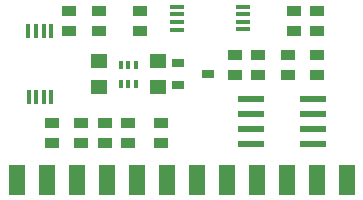
<source format=gts>
%FSLAX46Y46*%
G04 Gerber Fmt 4.6, Leading zero omitted, Abs format (unit mm)*
G04 Created by KiCad (PCBNEW (2014-09-02 BZR 5112)-product) date 2014-10-14 1:14:18 PM*
%MOMM*%
G01*
G04 APERTURE LIST*
%ADD10C,0.150000*%
%ADD11R,0.299720X1.300480*%
%ADD12R,1.300480X0.299720*%
%ADD13R,0.398780X0.797560*%
%ADD14R,1.000760X0.701040*%
%ADD15R,2.199640X0.599440*%
%ADD16R,1.397000X1.143000*%
%ADD17R,1.143000X0.812800*%
%ADD18R,1.350000X2.500000*%
G04 APERTURE END LIST*
D10*
D11*
X143544600Y-90944000D03*
X144179600Y-90944000D03*
X144840000Y-90944000D03*
X145475000Y-90944000D03*
X145475000Y-85356000D03*
X144827300Y-85356000D03*
X144179600Y-85356000D03*
X143531900Y-85356000D03*
D12*
X161694000Y-85205400D03*
X161694000Y-84570400D03*
X161694000Y-83910000D03*
X161694000Y-83275000D03*
X156106000Y-83275000D03*
X156106000Y-83922700D03*
X156106000Y-84570400D03*
X156106000Y-85218100D03*
D13*
X151352300Y-89797560D03*
X152000000Y-89797560D03*
X152647700Y-89797560D03*
X152647700Y-88202440D03*
X152000000Y-88202440D03*
X151352300Y-88202440D03*
D14*
X158770000Y-89000000D03*
X156230000Y-89952500D03*
X156230000Y-88047500D03*
D15*
X167598420Y-94905000D03*
X167598420Y-93635000D03*
X167598420Y-92365000D03*
X167598420Y-91095000D03*
X162401580Y-91095000D03*
X162401580Y-92365000D03*
X162401580Y-93635000D03*
X162401580Y-94905000D03*
D16*
X154500000Y-87920500D03*
X154500000Y-90079500D03*
X149500000Y-87920500D03*
X149500000Y-90079500D03*
D17*
X150000000Y-94850900D03*
X150000000Y-93149100D03*
X149500000Y-85350900D03*
X149500000Y-83649100D03*
X153000000Y-83649100D03*
X153000000Y-85350900D03*
X147000000Y-85350900D03*
X147000000Y-83649100D03*
X152000000Y-93149100D03*
X152000000Y-94850900D03*
X148000000Y-93149100D03*
X148000000Y-94850900D03*
X154750000Y-93149100D03*
X154750000Y-94850900D03*
X145500000Y-93149100D03*
X145500000Y-94850900D03*
X161000000Y-87399100D03*
X161000000Y-89100900D03*
X168000000Y-89100900D03*
X168000000Y-87399100D03*
X166000000Y-83649100D03*
X166000000Y-85350900D03*
X168000000Y-85350900D03*
X168000000Y-83649100D03*
X163000000Y-87399100D03*
X163000000Y-89100900D03*
X165500000Y-87399100D03*
X165500000Y-89100900D03*
D18*
X142530000Y-98000000D03*
X145070000Y-98000000D03*
X147610000Y-98000000D03*
X150150000Y-98000000D03*
X152690000Y-98000000D03*
X155230000Y-98000000D03*
X157770000Y-98000000D03*
X160310000Y-98000000D03*
X162850000Y-98000000D03*
X165390000Y-98000000D03*
X167930000Y-98000000D03*
X170470000Y-98000000D03*
M02*

</source>
